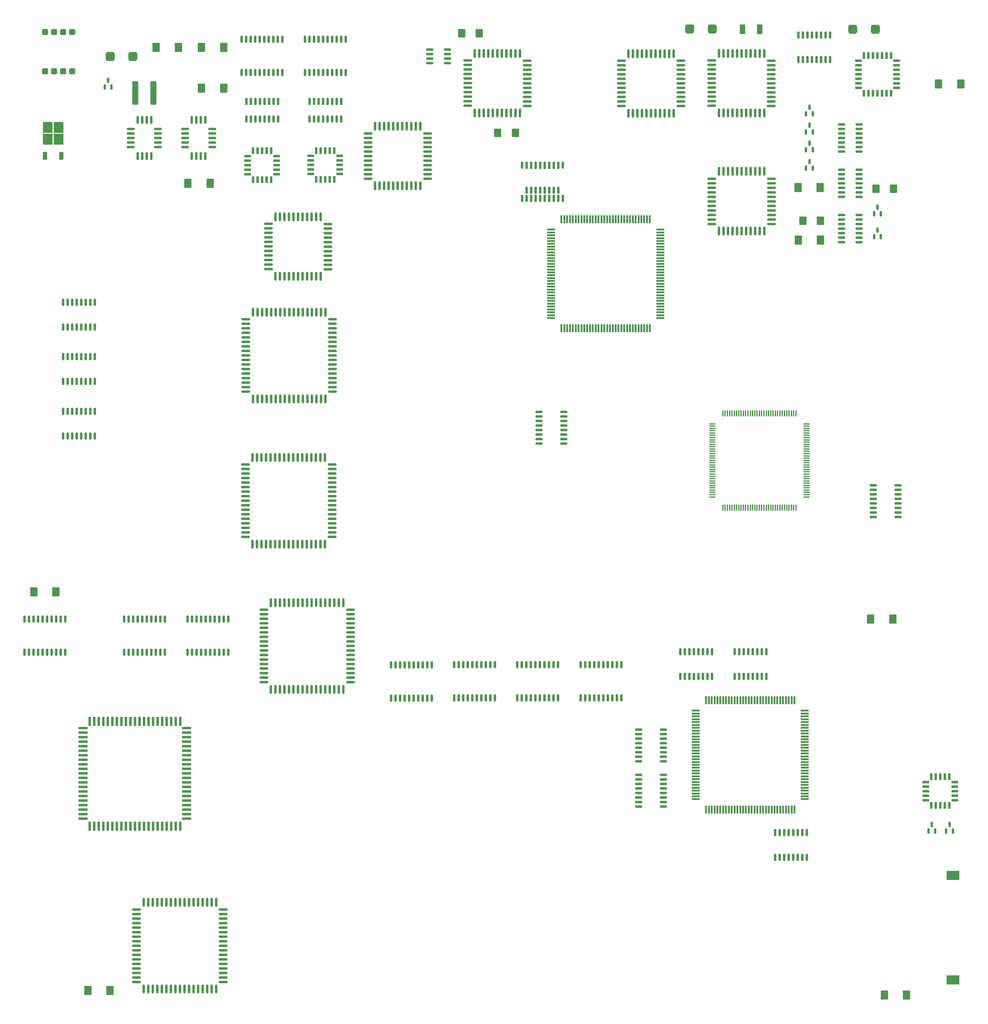
<source format=gbr>
%TF.GenerationSoftware,KiCad,Pcbnew,7.0.9*%
%TF.CreationDate,2025-04-07T20:21:29+01:00*%
%TF.ProjectId,IIci_Reloaded,49496369-5f52-4656-9c6f-616465642e6b,rev?*%
%TF.SameCoordinates,Original*%
%TF.FileFunction,Paste,Top*%
%TF.FilePolarity,Positive*%
%FSLAX46Y46*%
G04 Gerber Fmt 4.6, Leading zero omitted, Abs format (unit mm)*
G04 Created by KiCad (PCBNEW 7.0.9) date 2025-04-07 20:21:29*
%MOMM*%
%LPD*%
G01*
G04 APERTURE LIST*
G04 Aperture macros list*
%AMRoundRect*
0 Rectangle with rounded corners*
0 $1 Rounding radius*
0 $2 $3 $4 $5 $6 $7 $8 $9 X,Y pos of 4 corners*
0 Add a 4 corners polygon primitive as box body*
4,1,4,$2,$3,$4,$5,$6,$7,$8,$9,$2,$3,0*
0 Add four circle primitives for the rounded corners*
1,1,$1+$1,$2,$3*
1,1,$1+$1,$4,$5*
1,1,$1+$1,$6,$7*
1,1,$1+$1,$8,$9*
0 Add four rect primitives between the rounded corners*
20,1,$1+$1,$2,$3,$4,$5,0*
20,1,$1+$1,$4,$5,$6,$7,0*
20,1,$1+$1,$6,$7,$8,$9,0*
20,1,$1+$1,$8,$9,$2,$3,0*%
G04 Aperture macros list end*
%ADD10R,0.700000X2.500000*%
%ADD11R,2.500000X0.700000*%
%ADD12RoundRect,0.635000X0.635000X0.635000X-0.635000X0.635000X-0.635000X-0.635000X0.635000X-0.635000X0*%
%ADD13RoundRect,0.150000X-0.150000X-0.950000X0.150000X-0.950000X0.150000X0.950000X-0.150000X0.950000X0*%
%ADD14RoundRect,0.150000X-0.950000X0.150000X-0.950000X-0.150000X0.950000X-0.150000X0.950000X0.150000X0*%
%ADD15RoundRect,0.150000X0.150000X-0.587500X0.150000X0.587500X-0.150000X0.587500X-0.150000X-0.587500X0*%
%ADD16O,2.500000X0.650000*%
%ADD17O,0.650000X2.500000*%
%ADD18R,0.700000X1.925000*%
%ADD19R,1.925000X0.700000*%
%ADD20RoundRect,0.150000X-0.837500X-0.150000X0.837500X-0.150000X0.837500X0.150000X-0.837500X0.150000X0*%
%ADD21RoundRect,0.250000X0.562500X3.050000X-0.562500X3.050000X-0.562500X-3.050000X0.562500X-3.050000X0*%
%ADD22RoundRect,0.150000X0.150000X-0.837500X0.150000X0.837500X-0.150000X0.837500X-0.150000X-0.837500X0*%
%ADD23RoundRect,0.150000X-0.150000X0.837500X-0.150000X-0.837500X0.150000X-0.837500X0.150000X0.837500X0*%
%ADD24RoundRect,0.250000X0.787500X0.925000X-0.787500X0.925000X-0.787500X-0.925000X0.787500X-0.925000X0*%
%ADD25RoundRect,0.250000X-0.500000X-1.100000X0.500000X-1.100000X0.500000X1.100000X-0.500000X1.100000X0*%
%ADD26RoundRect,0.150000X0.150000X-0.875000X0.150000X0.875000X-0.150000X0.875000X-0.150000X-0.875000X0*%
%ADD27RoundRect,0.250000X-0.787500X-1.025000X0.787500X-1.025000X0.787500X1.025000X-0.787500X1.025000X0*%
%ADD28RoundRect,0.150000X-0.825000X-0.150000X0.825000X-0.150000X0.825000X0.150000X-0.825000X0.150000X0*%
%ADD29RoundRect,0.150000X0.837500X0.150000X-0.837500X0.150000X-0.837500X-0.150000X0.837500X-0.150000X0*%
%ADD30RoundRect,0.250000X-0.787500X-0.925000X0.787500X-0.925000X0.787500X0.925000X-0.787500X0.925000X0*%
%ADD31RoundRect,0.150000X-0.150000X0.875000X-0.150000X-0.875000X0.150000X-0.875000X0.150000X0.875000X0*%
%ADD32R,3.600000X2.600000*%
%ADD33R,1.800000X0.450000*%
%ADD34R,0.450000X1.800000*%
%ADD35RoundRect,0.150000X0.150000X-0.825000X0.150000X0.825000X-0.150000X0.825000X-0.150000X-0.825000X0*%
%ADD36RoundRect,0.437500X-0.437500X-0.437500X0.437500X-0.437500X0.437500X0.437500X-0.437500X0.437500X0*%
%ADD37RoundRect,0.250000X0.787500X1.025000X-0.787500X1.025000X-0.787500X-1.025000X0.787500X-1.025000X0*%
%ADD38R,0.500000X2.200000*%
%ADD39R,2.200000X0.500000*%
%ADD40RoundRect,0.250000X0.350000X-0.850000X0.350000X0.850000X-0.350000X0.850000X-0.350000X-0.850000X0*%
%ADD41RoundRect,0.250000X1.125000X-1.275000X1.125000X1.275000X-1.125000X1.275000X-1.125000X-1.275000X0*%
%ADD42RoundRect,0.635000X-0.635000X-0.635000X0.635000X-0.635000X0.635000X0.635000X-0.635000X0.635000X0*%
G04 APERTURE END LIST*
D10*
%TO.C,UK2*%
X650121400Y-141267100D03*
X648851400Y-141267100D03*
X647581400Y-141267100D03*
X646311400Y-141267100D03*
X645041400Y-141267100D03*
X643771400Y-141267100D03*
X642501400Y-141267100D03*
X641231400Y-141267100D03*
X639961400Y-141267100D03*
X638691400Y-141267100D03*
X637421400Y-141267100D03*
D11*
X635571400Y-143104600D03*
X635571400Y-144374600D03*
X635571400Y-145644600D03*
X635571400Y-146914600D03*
X635571400Y-148184600D03*
X635571400Y-149454600D03*
X635571400Y-150724600D03*
X635571400Y-151994600D03*
X635571400Y-153264600D03*
X635571400Y-154534600D03*
X635571400Y-155804600D03*
X635571400Y-157074600D03*
X635571400Y-158344600D03*
X635571400Y-159614600D03*
X635571400Y-160884600D03*
X635571400Y-162154600D03*
X635571400Y-163424600D03*
X635571400Y-164694600D03*
X635571400Y-165964600D03*
X635571400Y-167234600D03*
X635571400Y-168504600D03*
D10*
X637421400Y-170604600D03*
X638691400Y-170604600D03*
X639961400Y-170604600D03*
X641231400Y-170604600D03*
X642501400Y-170604600D03*
X643771400Y-170604600D03*
X645041400Y-170604600D03*
X646311400Y-170604600D03*
X647581400Y-170604600D03*
X648851400Y-170604600D03*
X650121400Y-170604600D03*
X651391400Y-170604600D03*
X652661400Y-170604600D03*
X653931400Y-170604600D03*
X655201400Y-170604600D03*
X656471400Y-170604600D03*
X657741400Y-170604600D03*
X659011400Y-170604600D03*
X660281400Y-170604600D03*
X661551400Y-170604600D03*
X662821400Y-170604600D03*
D11*
X664621400Y-168504600D03*
X664621400Y-167234600D03*
X664621400Y-165964600D03*
X664621400Y-164694600D03*
X664621400Y-163424600D03*
X664621400Y-162154600D03*
X664621400Y-160884600D03*
X664621400Y-159614600D03*
X664621400Y-158344600D03*
X664621400Y-157074600D03*
X664621400Y-155804600D03*
X664621400Y-154534600D03*
X664621400Y-153264600D03*
X664621400Y-151994600D03*
X664621400Y-150724600D03*
X664621400Y-149454600D03*
X664621400Y-148184600D03*
X664621400Y-146914600D03*
X664621400Y-145644600D03*
X664621400Y-144374600D03*
X664621400Y-143104600D03*
D10*
X662821400Y-141267100D03*
X661551400Y-141267100D03*
X660281400Y-141267100D03*
X659011400Y-141267100D03*
X657741400Y-141267100D03*
X656471400Y-141267100D03*
X655201400Y-141267100D03*
X653931400Y-141267100D03*
X652661400Y-141267100D03*
X651391400Y-141267100D03*
%TD*%
D12*
%TO.C,F2*%
X812021000Y52906600D03*
X805671000Y52906600D03*
%TD*%
D13*
%TO.C,UB3*%
X668638000Y17272000D03*
X669908000Y17272000D03*
D14*
X671813000Y19812000D03*
X671813000Y21082000D03*
X671813000Y22352000D03*
X671813000Y23622000D03*
X671813000Y24892000D03*
D13*
X669908000Y27432000D03*
X668638000Y27432000D03*
X667368000Y27432000D03*
X666098000Y27432000D03*
D14*
X664193000Y24892000D03*
X664193000Y23622000D03*
X664193000Y22352000D03*
X664193000Y21082000D03*
X664193000Y19812000D03*
D13*
X666098000Y17272000D03*
X667368000Y17272000D03*
%TD*%
%TO.C,UB2*%
X653423400Y17272000D03*
X654693400Y17272000D03*
D14*
X656598400Y19812000D03*
X656598400Y21082000D03*
X656598400Y22352000D03*
X656598400Y23622000D03*
X656598400Y24892000D03*
D13*
X654693400Y27432000D03*
X653423400Y27432000D03*
X652153400Y27432000D03*
X650883400Y27432000D03*
D14*
X648978400Y24892000D03*
X648978400Y23622000D03*
X648978400Y22352000D03*
X648978400Y21082000D03*
X648978400Y19812000D03*
D13*
X650883400Y17272000D03*
X652153400Y17272000D03*
%TD*%
D15*
%TO.C,Q3*%
X838325200Y13873000D03*
X840225200Y13873000D03*
X839275200Y15748000D03*
%TD*%
D16*
%TO.C,UD11*%
X828600600Y4594000D03*
X828600600Y5864000D03*
X828600600Y7134000D03*
X828600600Y8404000D03*
X828600600Y9674000D03*
X828600600Y10944000D03*
D17*
X826630600Y12994000D03*
X825360600Y12994000D03*
X824090600Y12994000D03*
X822820600Y12994000D03*
X821550600Y12994000D03*
X820280600Y12994000D03*
X819010600Y12994000D03*
X817740600Y12994000D03*
X816470600Y12994000D03*
X815200600Y12994000D03*
X813930600Y12994000D03*
D16*
X811900600Y10944000D03*
X811900600Y9674000D03*
X811900600Y8404000D03*
X811900600Y7134000D03*
X811900600Y5864000D03*
X811900600Y4594000D03*
X811900600Y3324000D03*
X811900600Y2054000D03*
X811900600Y784000D03*
X811900600Y-486000D03*
X811900600Y-1756000D03*
D17*
X813900600Y-3706000D03*
X815170600Y-3706000D03*
X816440600Y-3706000D03*
X817710600Y-3706000D03*
X818980600Y-3706000D03*
X820250600Y-3706000D03*
X821520600Y-3706000D03*
X822790600Y-3706000D03*
X824060600Y-3706000D03*
X825330600Y-3706000D03*
X826600600Y-3706000D03*
D16*
X828600600Y-1756000D03*
X828600600Y-486000D03*
X828600600Y784000D03*
X828600600Y2054000D03*
X828600600Y3324000D03*
%TD*%
D18*
%TO.C,UA13*%
X858350600Y34846400D03*
X859620600Y34846400D03*
X860890600Y34846400D03*
X862160600Y34846400D03*
D19*
X863673100Y36358900D03*
X863673100Y37628900D03*
X863673100Y38898900D03*
X863673100Y40168900D03*
X863673100Y41438900D03*
X863673100Y42708900D03*
X863673100Y43978900D03*
D18*
X862160600Y45491400D03*
X860890600Y45491400D03*
X859620600Y45491400D03*
X858350600Y45491400D03*
X857080600Y45491400D03*
X855810600Y45491400D03*
X854540600Y45491400D03*
D19*
X853028100Y43978900D03*
X853028100Y42708900D03*
X853028100Y41438900D03*
X853028100Y40168900D03*
X853028100Y38898900D03*
X853028100Y37628900D03*
X853028100Y36358900D03*
D18*
X854540600Y34846400D03*
X855810600Y34846400D03*
X857080600Y34846400D03*
%TD*%
D20*
%TO.C,RP9*%
X857207600Y-75057000D03*
X857207600Y-76327000D03*
X857207600Y-77597000D03*
X857207600Y-78867000D03*
X857207600Y-80137000D03*
X857207600Y-81407000D03*
X857207600Y-82677000D03*
X857207600Y-83947000D03*
X864132600Y-83947000D03*
X864132600Y-82677000D03*
X864132600Y-81407000D03*
X864132600Y-80137000D03*
X864132600Y-78867000D03*
X864132600Y-77597000D03*
X864132600Y-76327000D03*
X864132600Y-75057000D03*
%TD*%
D21*
%TO.C,C4*%
X655328400Y34975800D03*
X650253400Y34975800D03*
%TD*%
D15*
%TO.C,Q1*%
X641678400Y36629100D03*
X643578400Y36629100D03*
X642628400Y38504100D03*
%TD*%
D22*
%TO.C,RP11*%
X818269400Y-128625600D03*
X819539400Y-128625600D03*
X820809400Y-128625600D03*
X822079400Y-128625600D03*
X823349400Y-128625600D03*
X824619400Y-128625600D03*
X825889400Y-128625600D03*
X827159400Y-128625600D03*
X827159400Y-121700600D03*
X825889400Y-121700600D03*
X824619400Y-121700600D03*
X823349400Y-121700600D03*
X822079400Y-121700600D03*
X820809400Y-121700600D03*
X819539400Y-121700600D03*
X818269400Y-121700600D03*
%TD*%
D23*
%TO.C,RP14*%
X838538600Y-172415200D03*
X837268600Y-172415200D03*
X835998600Y-172415200D03*
X834728600Y-172415200D03*
X833458600Y-172415200D03*
X832188600Y-172415200D03*
X830918600Y-172415200D03*
X829648600Y-172415200D03*
X829648600Y-179340200D03*
X830918600Y-179340200D03*
X832188600Y-179340200D03*
X833458600Y-179340200D03*
X834728600Y-179340200D03*
X835998600Y-179340200D03*
X837268600Y-179340200D03*
X838538600Y-179340200D03*
%TD*%
D24*
%TO.C,C1*%
X746666800Y51689000D03*
X741741800Y51689000D03*
%TD*%
D25*
%TO.C,D1*%
X820543000Y52857400D03*
X825343000Y52857400D03*
%TD*%
D26*
%TO.C,RP1*%
X680042600Y40689000D03*
X681312600Y40689000D03*
X682582600Y40689000D03*
X683852600Y40689000D03*
X685122600Y40689000D03*
X686392600Y40689000D03*
X687662600Y40689000D03*
X688932600Y40689000D03*
X690202600Y40689000D03*
X691472600Y40689000D03*
X691472600Y49989000D03*
X690202600Y49989000D03*
X688932600Y49989000D03*
X687662600Y49989000D03*
X686392600Y49989000D03*
X685122600Y49989000D03*
X683852600Y49989000D03*
X682582600Y49989000D03*
X681312600Y49989000D03*
X680042600Y49989000D03*
%TD*%
D27*
%TO.C,C16*%
X621786700Y-104876600D03*
X628011700Y-104876600D03*
%TD*%
D26*
%TO.C,RP2*%
X697797200Y40687200D03*
X699067200Y40687200D03*
X700337200Y40687200D03*
X701607200Y40687200D03*
X702877200Y40687200D03*
X704147200Y40687200D03*
X705417200Y40687200D03*
X706687200Y40687200D03*
X707957200Y40687200D03*
X709227200Y40687200D03*
X709227200Y49987200D03*
X707957200Y49987200D03*
X706687200Y49987200D03*
X705417200Y49987200D03*
X704147200Y49987200D03*
X702877200Y49987200D03*
X701607200Y49987200D03*
X700337200Y49987200D03*
X699067200Y49987200D03*
X697797200Y49987200D03*
%TD*%
%TO.C,UJ7*%
X739631000Y-134649000D03*
X740901000Y-134649000D03*
X742171000Y-134649000D03*
X743441000Y-134649000D03*
X744711000Y-134649000D03*
X745981000Y-134649000D03*
X747251000Y-134649000D03*
X748521000Y-134649000D03*
X749791000Y-134649000D03*
X751061000Y-134649000D03*
X751061000Y-125349000D03*
X749791000Y-125349000D03*
X748521000Y-125349000D03*
X747251000Y-125349000D03*
X745981000Y-125349000D03*
X744711000Y-125349000D03*
X743441000Y-125349000D03*
X742171000Y-125349000D03*
X740901000Y-125349000D03*
X739631000Y-125349000D03*
%TD*%
D27*
%TO.C,C9*%
X665017500Y9677400D03*
X671242500Y9677400D03*
%TD*%
D12*
%TO.C,F1*%
X649562600Y45161200D03*
X643212600Y45161200D03*
%TD*%
D28*
%TO.C,U11*%
X732826800Y47167800D03*
X732826800Y45897800D03*
X732826800Y44627800D03*
X732826800Y43357800D03*
X737776800Y43357800D03*
X737776800Y44627800D03*
X737776800Y45897800D03*
X737776800Y47167800D03*
%TD*%
D19*
%TO.C,UK14*%
X871888800Y-160756600D03*
X871888800Y-162026600D03*
X871888800Y-163296600D03*
D18*
X873401300Y-164809100D03*
X874671300Y-164809100D03*
X875941300Y-164809100D03*
X877211300Y-164809100D03*
X878481300Y-164809100D03*
D19*
X879993800Y-163296600D03*
X879993800Y-162026600D03*
X879993800Y-160756600D03*
X879993800Y-159486600D03*
X879993800Y-158216600D03*
D18*
X878481300Y-156704100D03*
X877211300Y-156704100D03*
X875941300Y-156704100D03*
X874671300Y-156704100D03*
X873401300Y-156704100D03*
D19*
X871888800Y-158216600D03*
X871888800Y-159486600D03*
%TD*%
D29*
%TO.C,RP12*%
X798321200Y-152400000D03*
X798321200Y-151130000D03*
X798321200Y-149860000D03*
X798321200Y-148590000D03*
X798321200Y-147320000D03*
X798321200Y-146050000D03*
X798321200Y-144780000D03*
X798321200Y-143510000D03*
X791396200Y-143510000D03*
X791396200Y-144780000D03*
X791396200Y-146050000D03*
X791396200Y-147320000D03*
X791396200Y-148590000D03*
X791396200Y-149860000D03*
X791396200Y-151130000D03*
X791396200Y-152400000D03*
%TD*%
D30*
%TO.C,C11*%
X857893400Y8153400D03*
X862818400Y8153400D03*
%TD*%
D28*
%TO.C,UE13*%
X848241400Y762000D03*
X848241400Y-508000D03*
X848241400Y-1778000D03*
X848241400Y-3048000D03*
X848241400Y-4318000D03*
X848241400Y-5588000D03*
X848241400Y-6858000D03*
X853191400Y-6858000D03*
X853191400Y-5588000D03*
X853191400Y-4318000D03*
X853191400Y-3048000D03*
X853191400Y-1778000D03*
X853191400Y-508000D03*
X853191400Y762000D03*
%TD*%
%TO.C,UD13*%
X848241400Y13462000D03*
X848241400Y12192000D03*
X848241400Y10922000D03*
X848241400Y9652000D03*
X848241400Y8382000D03*
X848241400Y7112000D03*
X848241400Y5842000D03*
X853191400Y5842000D03*
X853191400Y7112000D03*
X853191400Y8382000D03*
X853191400Y9652000D03*
X853191400Y10922000D03*
X853191400Y12192000D03*
X853191400Y13462000D03*
%TD*%
D15*
%TO.C,D6*%
X857400600Y1069100D03*
X859300600Y1069100D03*
X858350600Y2944100D03*
%TD*%
D31*
%TO.C,UH1*%
X630639600Y-112572800D03*
X629369600Y-112572800D03*
X628099600Y-112572800D03*
X626829600Y-112572800D03*
X625559600Y-112572800D03*
X624289600Y-112572800D03*
X623019600Y-112572800D03*
X621749600Y-112572800D03*
X620479600Y-112572800D03*
X619209600Y-112572800D03*
X619209600Y-121872800D03*
X620479600Y-121872800D03*
X621749600Y-121872800D03*
X623019600Y-121872800D03*
X624289600Y-121872800D03*
X625559600Y-121872800D03*
X626829600Y-121872800D03*
X628099600Y-121872800D03*
X629369600Y-121872800D03*
X630639600Y-121872800D03*
%TD*%
D17*
%TO.C,UF4*%
X693389600Y-50795400D03*
X694659600Y-50795400D03*
X695929600Y-50795400D03*
X697199600Y-50795400D03*
X698469600Y-50795400D03*
X699739600Y-50795400D03*
X701009600Y-50795400D03*
X702279600Y-50795400D03*
X703549600Y-50795400D03*
D16*
X705539600Y-48805400D03*
X705539600Y-47535400D03*
X705539600Y-46265400D03*
X705539600Y-44995400D03*
X705539600Y-43725400D03*
X705539600Y-42455400D03*
X705539600Y-41185400D03*
X705539600Y-39915400D03*
X705539600Y-38645400D03*
X705539600Y-37375400D03*
X705539600Y-36105400D03*
X705539600Y-34835400D03*
X705539600Y-33565400D03*
X705539600Y-32295400D03*
X705539600Y-31025400D03*
X705539600Y-29755400D03*
X705539600Y-28485400D03*
D17*
X703549600Y-26495400D03*
X702279600Y-26495400D03*
X701009600Y-26495400D03*
X699739600Y-26495400D03*
X698469600Y-26495400D03*
X697199600Y-26495400D03*
X695929600Y-26495400D03*
X694659600Y-26495400D03*
X693389600Y-26495400D03*
X692119600Y-26495400D03*
X690849600Y-26495400D03*
X689579600Y-26495400D03*
X688309600Y-26495400D03*
X687039600Y-26495400D03*
X685769600Y-26495400D03*
X684499600Y-26495400D03*
X683229600Y-26495400D03*
D16*
X681239600Y-28495400D03*
X681239600Y-29765400D03*
X681239600Y-31035400D03*
X681239600Y-32305400D03*
X681239600Y-33575400D03*
X681239600Y-34845400D03*
X681239600Y-36115400D03*
X681239600Y-37385400D03*
X681239600Y-38655400D03*
X681239600Y-39925400D03*
X681239600Y-41195400D03*
X681239600Y-42465400D03*
X681239600Y-43735400D03*
X681239600Y-45005400D03*
X681239600Y-46275400D03*
X681239600Y-47545400D03*
X681239600Y-48815400D03*
D17*
X683229600Y-50795400D03*
X684499600Y-50795400D03*
X685769600Y-50795400D03*
X687039600Y-50795400D03*
X688309600Y-50795400D03*
X689579600Y-50795400D03*
X690849600Y-50795400D03*
X692119600Y-50795400D03*
%TD*%
D32*
%TO.C,BT1*%
X879508800Y-184435200D03*
X879508800Y-213735200D03*
%TD*%
D29*
%TO.C,RP13*%
X798321200Y-165100000D03*
X798321200Y-163830000D03*
X798321200Y-162560000D03*
X798321200Y-161290000D03*
X798321200Y-160020000D03*
X798321200Y-158750000D03*
X798321200Y-157480000D03*
X798321200Y-156210000D03*
X791396200Y-156210000D03*
X791396200Y-157480000D03*
X791396200Y-158750000D03*
X791396200Y-160020000D03*
X791396200Y-161290000D03*
X791396200Y-162560000D03*
X791396200Y-163830000D03*
X791396200Y-165100000D03*
%TD*%
D17*
%TO.C,UC6*%
X723806800Y8947400D03*
X725076800Y8947400D03*
X726346800Y8947400D03*
X727616800Y8947400D03*
X728886800Y8947400D03*
X730156800Y8947400D03*
D16*
X732206800Y10917400D03*
X732206800Y12187400D03*
X732206800Y13457400D03*
X732206800Y14727400D03*
X732206800Y15997400D03*
X732206800Y17267400D03*
X732206800Y18537400D03*
X732206800Y19807400D03*
X732206800Y21077400D03*
X732206800Y22347400D03*
X732206800Y23617400D03*
D17*
X730156800Y25647400D03*
X728886800Y25647400D03*
X727616800Y25647400D03*
X726346800Y25647400D03*
X725076800Y25647400D03*
X723806800Y25647400D03*
X722536800Y25647400D03*
X721266800Y25647400D03*
X719996800Y25647400D03*
X718726800Y25647400D03*
X717456800Y25647400D03*
D16*
X715506800Y23647400D03*
X715506800Y22377400D03*
X715506800Y21107400D03*
X715506800Y19837400D03*
X715506800Y18567400D03*
X715506800Y17297400D03*
X715506800Y16027400D03*
X715506800Y14757400D03*
X715506800Y13487400D03*
X715506800Y12217400D03*
X715506800Y10947400D03*
D17*
X717456800Y8947400D03*
X718726800Y8947400D03*
X719996800Y8947400D03*
X721266800Y8947400D03*
X722536800Y8947400D03*
%TD*%
D27*
%TO.C,C6*%
X875470200Y37465000D03*
X881695200Y37465000D03*
%TD*%
D23*
%TO.C,RP4*%
X768866400Y14630400D03*
X767596400Y14630400D03*
X766326400Y14630400D03*
X765056400Y14630400D03*
X763786400Y14630400D03*
X762516400Y14630400D03*
X761246400Y14630400D03*
X759976400Y14630400D03*
X759976400Y7705400D03*
X761246400Y7705400D03*
X762516400Y7705400D03*
X763786400Y7705400D03*
X765056400Y7705400D03*
X766326400Y7705400D03*
X767596400Y7705400D03*
X768866400Y7705400D03*
%TD*%
D22*
%TO.C,RP5*%
X630004600Y-30648600D03*
X631274600Y-30648600D03*
X632544600Y-30648600D03*
X633814600Y-30648600D03*
X635084600Y-30648600D03*
X636354600Y-30648600D03*
X637624600Y-30648600D03*
X638894600Y-30648600D03*
X638894600Y-23723600D03*
X637624600Y-23723600D03*
X636354600Y-23723600D03*
X635084600Y-23723600D03*
X633814600Y-23723600D03*
X632544600Y-23723600D03*
X631274600Y-23723600D03*
X630004600Y-23723600D03*
%TD*%
D20*
%TO.C,RP8*%
X763440000Y-54457600D03*
X763440000Y-55727600D03*
X763440000Y-56997600D03*
X763440000Y-58267600D03*
X763440000Y-59537600D03*
X763440000Y-60807600D03*
X763440000Y-62077600D03*
X763440000Y-63347600D03*
X770365000Y-63347600D03*
X770365000Y-62077600D03*
X770365000Y-60807600D03*
X770365000Y-59537600D03*
X770365000Y-58267600D03*
X770365000Y-56997600D03*
X770365000Y-55727600D03*
X770365000Y-54457600D03*
%TD*%
D22*
%TO.C,RP6*%
X630004600Y-45914000D03*
X631274600Y-45914000D03*
X632544600Y-45914000D03*
X633814600Y-45914000D03*
X635084600Y-45914000D03*
X636354600Y-45914000D03*
X637624600Y-45914000D03*
X638894600Y-45914000D03*
X638894600Y-38989000D03*
X637624600Y-38989000D03*
X636354600Y-38989000D03*
X635084600Y-38989000D03*
X633814600Y-38989000D03*
X632544600Y-38989000D03*
X631274600Y-38989000D03*
X630004600Y-38989000D03*
%TD*%
D27*
%TO.C,C3*%
X668790400Y47701200D03*
X675015400Y47701200D03*
%TD*%
D15*
%TO.C,D5*%
X838315000Y18999200D03*
X840215000Y18999200D03*
X839265000Y20874200D03*
%TD*%
%TO.C,D3*%
X838325200Y29113000D03*
X840225200Y29113000D03*
X839275200Y30988000D03*
%TD*%
%TO.C,D8*%
X877608800Y-171958000D03*
X879508800Y-171958000D03*
X878558800Y-170083000D03*
%TD*%
D33*
%TO.C,UG11*%
X838437000Y-68050400D03*
X838437000Y-67410400D03*
X838437000Y-66770400D03*
X838437000Y-66130400D03*
X838437000Y-65490400D03*
X838437000Y-64850400D03*
X838437000Y-64210400D03*
X838437000Y-63570400D03*
X838437000Y-62930400D03*
X838437000Y-62290400D03*
X838437000Y-61650400D03*
X838437000Y-61010400D03*
X838437000Y-60370400D03*
X838437000Y-59730400D03*
X838437000Y-59090400D03*
X838437000Y-58450400D03*
X838437000Y-57810400D03*
D34*
X835477000Y-54850400D03*
X834837000Y-54850400D03*
X834197000Y-54850400D03*
X833557000Y-54850400D03*
X832917000Y-54850400D03*
X832277000Y-54850400D03*
X831637000Y-54850400D03*
X830997000Y-54850400D03*
X830357000Y-54850400D03*
X829717000Y-54850400D03*
X829077000Y-54850400D03*
X828437000Y-54850400D03*
X827797000Y-54850400D03*
X827157000Y-54850400D03*
X826517000Y-54850400D03*
X825877000Y-54850400D03*
X825237000Y-54850400D03*
X824597000Y-54850400D03*
X823957000Y-54850400D03*
X823317000Y-54850400D03*
X822677000Y-54850400D03*
X822037000Y-54850400D03*
X821397000Y-54850400D03*
X820757000Y-54850400D03*
X820117000Y-54850400D03*
X819477000Y-54850400D03*
X818837000Y-54850400D03*
X818197000Y-54850400D03*
X817557000Y-54850400D03*
X816917000Y-54850400D03*
X816277000Y-54850400D03*
X815637000Y-54850400D03*
X814997000Y-54850400D03*
D33*
X812037000Y-57810400D03*
X812037000Y-58450400D03*
X812037000Y-59090400D03*
X812037000Y-59730400D03*
X812037000Y-60370400D03*
X812037000Y-61010400D03*
X812037000Y-61650400D03*
X812037000Y-62290400D03*
X812037000Y-62930400D03*
X812037000Y-63570400D03*
X812037000Y-64210400D03*
X812037000Y-64850400D03*
X812037000Y-65490400D03*
X812037000Y-66130400D03*
X812037000Y-66770400D03*
X812037000Y-67410400D03*
X812037000Y-68050400D03*
X812037000Y-68690400D03*
X812037000Y-69330400D03*
X812037000Y-69970400D03*
X812037000Y-70610400D03*
X812037000Y-71250400D03*
X812037000Y-71890400D03*
X812037000Y-72530400D03*
X812037000Y-73170400D03*
X812037000Y-73810400D03*
X812037000Y-74450400D03*
X812037000Y-75090400D03*
X812037000Y-75730400D03*
X812037000Y-76370400D03*
X812037000Y-77010400D03*
X812037000Y-77650400D03*
X812037000Y-78290400D03*
D34*
X814997000Y-81250400D03*
X815637000Y-81250400D03*
X816277000Y-81250400D03*
X816917000Y-81250400D03*
X817557000Y-81250400D03*
X818197000Y-81250400D03*
X818837000Y-81250400D03*
X819477000Y-81250400D03*
X820117000Y-81250400D03*
X820757000Y-81250400D03*
X821397000Y-81250400D03*
X822037000Y-81250400D03*
X822677000Y-81250400D03*
X823317000Y-81250400D03*
X823957000Y-81250400D03*
X824597000Y-81250400D03*
X825237000Y-81250400D03*
X825877000Y-81250400D03*
X826517000Y-81250400D03*
X827157000Y-81250400D03*
X827797000Y-81250400D03*
X828437000Y-81250400D03*
X829077000Y-81250400D03*
X829717000Y-81250400D03*
X830357000Y-81250400D03*
X830997000Y-81250400D03*
X831637000Y-81250400D03*
X832277000Y-81250400D03*
X832917000Y-81250400D03*
X833557000Y-81250400D03*
X834197000Y-81250400D03*
X834837000Y-81250400D03*
X835477000Y-81250400D03*
D33*
X838437000Y-78290400D03*
X838437000Y-77650400D03*
X838437000Y-77010400D03*
X838437000Y-76370400D03*
X838437000Y-75730400D03*
X838437000Y-75090400D03*
X838437000Y-74450400D03*
X838437000Y-73810400D03*
X838437000Y-73170400D03*
X838437000Y-72530400D03*
X838437000Y-71890400D03*
X838437000Y-71250400D03*
X838437000Y-70610400D03*
X838437000Y-69970400D03*
X838437000Y-69330400D03*
X838437000Y-68690400D03*
%TD*%
D30*
%TO.C,C12*%
X837446400Y-863600D03*
X842371400Y-863600D03*
%TD*%
D22*
%TO.C,RP10*%
X803029400Y-128616400D03*
X804299400Y-128616400D03*
X805569400Y-128616400D03*
X806839400Y-128616400D03*
X808109400Y-128616400D03*
X809379400Y-128616400D03*
X810649400Y-128616400D03*
X811919400Y-128616400D03*
X811919400Y-121691400D03*
X810649400Y-121691400D03*
X809379400Y-121691400D03*
X808109400Y-121691400D03*
X806839400Y-121691400D03*
X805569400Y-121691400D03*
X804299400Y-121691400D03*
X803029400Y-121691400D03*
%TD*%
D27*
%TO.C,C2*%
X656113800Y47701200D03*
X662338800Y47701200D03*
%TD*%
D26*
%TO.C,UJ8*%
X757360200Y-134649000D03*
X758630200Y-134649000D03*
X759900200Y-134649000D03*
X761170200Y-134649000D03*
X762440200Y-134649000D03*
X763710200Y-134649000D03*
X764980200Y-134649000D03*
X766250200Y-134649000D03*
X767520200Y-134649000D03*
X768790200Y-134649000D03*
X768790200Y-125349000D03*
X767520200Y-125349000D03*
X766250200Y-125349000D03*
X764980200Y-125349000D03*
X763710200Y-125349000D03*
X762440200Y-125349000D03*
X761170200Y-125349000D03*
X759900200Y-125349000D03*
X758630200Y-125349000D03*
X757360200Y-125349000D03*
%TD*%
D35*
%TO.C,UA4*%
X681414200Y27663600D03*
X682684200Y27663600D03*
X683954200Y27663600D03*
X685224200Y27663600D03*
X686494200Y27663600D03*
X687764200Y27663600D03*
X689034200Y27663600D03*
X690304200Y27663600D03*
X690304200Y32613600D03*
X689034200Y32613600D03*
X687764200Y32613600D03*
X686494200Y32613600D03*
X685224200Y32613600D03*
X683954200Y32613600D03*
X682684200Y32613600D03*
X681414200Y32613600D03*
%TD*%
D22*
%TO.C,RP3*%
X836201800Y44323000D03*
X837471800Y44323000D03*
X838741800Y44323000D03*
X840011800Y44323000D03*
X841281800Y44323000D03*
X842551800Y44323000D03*
X843821800Y44323000D03*
X845091800Y44323000D03*
X845091800Y51248000D03*
X843821800Y51248000D03*
X842551800Y51248000D03*
X841281800Y51248000D03*
X840011800Y51248000D03*
X838741800Y51248000D03*
X837471800Y51248000D03*
X836201800Y51248000D03*
%TD*%
D19*
%TO.C,UC4*%
X689835500Y14743500D03*
X689835500Y16013500D03*
X689835500Y17283500D03*
D18*
X688323000Y18796000D03*
X687053000Y18796000D03*
X685783000Y18796000D03*
X684513000Y18796000D03*
X683243000Y18796000D03*
D19*
X681730500Y17283500D03*
X681730500Y16013500D03*
X681730500Y14743500D03*
X681730500Y13473500D03*
X681730500Y12203500D03*
D18*
X683243000Y10691000D03*
X684513000Y10691000D03*
X685783000Y10691000D03*
X687053000Y10691000D03*
X688323000Y10691000D03*
D19*
X689835500Y12203500D03*
X689835500Y13473500D03*
%TD*%
D17*
%TO.C,UE5*%
X695900800Y-16427200D03*
X697170800Y-16427200D03*
X698440800Y-16427200D03*
X699710800Y-16427200D03*
X700980800Y-16427200D03*
X702250800Y-16427200D03*
D16*
X704300800Y-14457200D03*
X704300800Y-13187200D03*
X704300800Y-11917200D03*
X704300800Y-10647200D03*
X704300800Y-9377200D03*
X704300800Y-8107200D03*
X704300800Y-6837200D03*
X704300800Y-5567200D03*
X704300800Y-4297200D03*
X704300800Y-3027200D03*
X704300800Y-1757200D03*
D17*
X702250800Y272800D03*
X700980800Y272800D03*
X699710800Y272800D03*
X698440800Y272800D03*
X697170800Y272800D03*
X695900800Y272800D03*
X694630800Y272800D03*
X693360800Y272800D03*
X692090800Y272800D03*
X690820800Y272800D03*
X689550800Y272800D03*
D16*
X687600800Y-1727200D03*
X687600800Y-2997200D03*
X687600800Y-4267200D03*
X687600800Y-5537200D03*
X687600800Y-6807200D03*
X687600800Y-8077200D03*
X687600800Y-9347200D03*
X687600800Y-10617200D03*
X687600800Y-11887200D03*
X687600800Y-13157200D03*
X687600800Y-14427200D03*
D17*
X689550800Y-16427200D03*
X690820800Y-16427200D03*
X692090800Y-16427200D03*
X693360800Y-16427200D03*
X694630800Y-16427200D03*
%TD*%
D15*
%TO.C,D4*%
X838325200Y24058400D03*
X840225200Y24058400D03*
X839275200Y25933400D03*
%TD*%
D31*
%TO.C,ZRP4*%
X770136400Y14681200D03*
X768866400Y14681200D03*
X767596400Y14681200D03*
X766326400Y14681200D03*
X765056400Y14681200D03*
X763786400Y14681200D03*
X762516400Y14681200D03*
X761246400Y14681200D03*
X759976400Y14681200D03*
X758706400Y14681200D03*
X758706400Y5381200D03*
X759976400Y5381200D03*
X761246400Y5381200D03*
X762516400Y5381200D03*
X763786400Y5381200D03*
X765056400Y5381200D03*
X766326400Y5381200D03*
X767596400Y5381200D03*
X768866400Y5381200D03*
X770136400Y5381200D03*
%TD*%
D36*
%TO.C,ZL1*%
X624962000Y41019200D03*
X627502000Y41019200D03*
X630042000Y41019200D03*
X632582000Y41019200D03*
X632582000Y52019200D03*
X630042000Y52019200D03*
X627502000Y52019200D03*
X624962000Y52019200D03*
%TD*%
D37*
%TO.C,C18*%
X862645200Y-112496600D03*
X856420200Y-112496600D03*
%TD*%
D17*
%TO.C,UH5*%
X698432200Y-107927800D03*
X697162200Y-107927800D03*
X695892200Y-107927800D03*
X694622200Y-107927800D03*
X693352200Y-107927800D03*
X692082200Y-107927800D03*
X690812200Y-107927800D03*
X689542200Y-107927800D03*
X688272200Y-107927800D03*
D16*
X686282200Y-109917800D03*
X686282200Y-111187800D03*
X686282200Y-112457800D03*
X686282200Y-113727800D03*
X686282200Y-114997800D03*
X686282200Y-116267800D03*
X686282200Y-117537800D03*
X686282200Y-118807800D03*
X686282200Y-120077800D03*
X686282200Y-121347800D03*
X686282200Y-122617800D03*
X686282200Y-123887800D03*
X686282200Y-125157800D03*
X686282200Y-126427800D03*
X686282200Y-127697800D03*
X686282200Y-128967800D03*
X686282200Y-130237800D03*
D17*
X688272200Y-132227800D03*
X689542200Y-132227800D03*
X690812200Y-132227800D03*
X692082200Y-132227800D03*
X693352200Y-132227800D03*
X694622200Y-132227800D03*
X695892200Y-132227800D03*
X697162200Y-132227800D03*
X698432200Y-132227800D03*
X699702200Y-132227800D03*
X700972200Y-132227800D03*
X702242200Y-132227800D03*
X703512200Y-132227800D03*
X704782200Y-132227800D03*
X706052200Y-132227800D03*
X707322200Y-132227800D03*
X708592200Y-132227800D03*
D16*
X710582200Y-130227800D03*
X710582200Y-128957800D03*
X710582200Y-127687800D03*
X710582200Y-126417800D03*
X710582200Y-125147800D03*
X710582200Y-123877800D03*
X710582200Y-122607800D03*
X710582200Y-121337800D03*
X710582200Y-120067800D03*
X710582200Y-118797800D03*
X710582200Y-117527800D03*
X710582200Y-116257800D03*
X710582200Y-114987800D03*
X710582200Y-113717800D03*
X710582200Y-112447800D03*
X710582200Y-111177800D03*
X710582200Y-109907800D03*
D17*
X708592200Y-107927800D03*
X707322200Y-107927800D03*
X706052200Y-107927800D03*
X704782200Y-107927800D03*
X703512200Y-107927800D03*
X702242200Y-107927800D03*
X700972200Y-107927800D03*
X699702200Y-107927800D03*
%TD*%
D26*
%TO.C,UJ9*%
X775140200Y-134649000D03*
X776410200Y-134649000D03*
X777680200Y-134649000D03*
X778950200Y-134649000D03*
X780220200Y-134649000D03*
X781490200Y-134649000D03*
X782760200Y-134649000D03*
X784030200Y-134649000D03*
X785300200Y-134649000D03*
X786570200Y-134649000D03*
X786570200Y-125349000D03*
X785300200Y-125349000D03*
X784030200Y-125349000D03*
X782760200Y-125349000D03*
X781490200Y-125349000D03*
X780220200Y-125349000D03*
X778950200Y-125349000D03*
X777680200Y-125349000D03*
X776410200Y-125349000D03*
X775140200Y-125349000D03*
%TD*%
D27*
%TO.C,C10*%
X836049400Y8432800D03*
X842274400Y8432800D03*
%TD*%
D38*
%TO.C,UE9*%
X794544600Y-431800D03*
X793744600Y-431800D03*
X792944600Y-431800D03*
X792144600Y-431800D03*
X791344600Y-431800D03*
X790544600Y-431800D03*
X789744600Y-431800D03*
X788944600Y-431800D03*
X788144600Y-431800D03*
X787344600Y-431800D03*
X786544600Y-431800D03*
X785744600Y-431800D03*
X784944600Y-431800D03*
X784144600Y-431800D03*
X783344600Y-431800D03*
X782544600Y-431800D03*
X781744600Y-431800D03*
X780944600Y-431800D03*
X780144600Y-431800D03*
X779344600Y-431800D03*
X778544600Y-431800D03*
X777744600Y-431800D03*
X776944600Y-431800D03*
X776144600Y-431800D03*
X775344600Y-431800D03*
X774544600Y-431800D03*
X773744600Y-431800D03*
X772944600Y-431800D03*
X772144600Y-431800D03*
X771344600Y-431800D03*
X770544600Y-431800D03*
X769744600Y-431800D03*
D39*
X766844600Y-3331800D03*
X766844600Y-4131800D03*
X766844600Y-4931800D03*
X766844600Y-5731800D03*
X766844600Y-6531800D03*
X766844600Y-7331800D03*
X766844600Y-8131800D03*
X766844600Y-8931800D03*
X766844600Y-9731800D03*
X766844600Y-10531800D03*
X766844600Y-11331800D03*
X766844600Y-12131800D03*
X766844600Y-12931800D03*
X766844600Y-13731800D03*
X766844600Y-14531800D03*
X766844600Y-15331800D03*
X766844600Y-16131800D03*
X766844600Y-16931800D03*
X766844600Y-17731800D03*
X766844600Y-18531800D03*
X766844600Y-19331800D03*
X766844600Y-20131800D03*
X766844600Y-20931800D03*
X766844600Y-21731800D03*
X766844600Y-22531800D03*
X766844600Y-23331800D03*
X766844600Y-24131800D03*
X766844600Y-24931800D03*
X766844600Y-25731800D03*
X766844600Y-26531800D03*
X766844600Y-27331800D03*
X766844600Y-28131800D03*
D38*
X769744600Y-31031800D03*
X770544600Y-31031800D03*
X771344600Y-31031800D03*
X772144600Y-31031800D03*
X772944600Y-31031800D03*
X773744600Y-31031800D03*
X774544600Y-31031800D03*
X775344600Y-31031800D03*
X776144600Y-31031800D03*
X776944600Y-31031800D03*
X777744600Y-31031800D03*
X778544600Y-31031800D03*
X779344600Y-31031800D03*
X780144600Y-31031800D03*
X780944600Y-31031800D03*
X781744600Y-31031800D03*
X782544600Y-31031800D03*
X783344600Y-31031800D03*
X784144600Y-31031800D03*
X784944600Y-31031800D03*
X785744600Y-31031800D03*
X786544600Y-31031800D03*
X787344600Y-31031800D03*
X788144600Y-31031800D03*
X788944600Y-31031800D03*
X789744600Y-31031800D03*
X790544600Y-31031800D03*
X791344600Y-31031800D03*
X792144600Y-31031800D03*
X792944600Y-31031800D03*
X793744600Y-31031800D03*
X794544600Y-31031800D03*
D39*
X797444600Y-28131800D03*
X797444600Y-27331800D03*
X797444600Y-26531800D03*
X797444600Y-25731800D03*
X797444600Y-24931800D03*
X797444600Y-24131800D03*
X797444600Y-23331800D03*
X797444600Y-22531800D03*
X797444600Y-21731800D03*
X797444600Y-20931800D03*
X797444600Y-20131800D03*
X797444600Y-19331800D03*
X797444600Y-18531800D03*
X797444600Y-17731800D03*
X797444600Y-16931800D03*
X797444600Y-16131800D03*
X797444600Y-15331800D03*
X797444600Y-14531800D03*
X797444600Y-13731800D03*
X797444600Y-12931800D03*
X797444600Y-12131800D03*
X797444600Y-11331800D03*
X797444600Y-10531800D03*
X797444600Y-9731800D03*
X797444600Y-8931800D03*
X797444600Y-8131800D03*
X797444600Y-7331800D03*
X797444600Y-6531800D03*
X797444600Y-5731800D03*
X797444600Y-4931800D03*
X797444600Y-4131800D03*
X797444600Y-3331800D03*
%TD*%
D24*
%TO.C,C7*%
X756801400Y23749000D03*
X751876400Y23749000D03*
%TD*%
D27*
%TO.C,C5*%
X668790400Y36347400D03*
X675015400Y36347400D03*
%TD*%
D40*
%TO.C,Q2*%
X624956000Y17347400D03*
D41*
X625711000Y21972400D03*
X628761000Y21972400D03*
X625711000Y25322400D03*
X628761000Y25322400D03*
D40*
X629516000Y17347400D03*
%TD*%
D38*
%TO.C,UK11*%
X835079800Y-135327200D03*
X834279800Y-135327200D03*
X833479800Y-135327200D03*
X832679800Y-135327200D03*
X831879800Y-135327200D03*
X831079800Y-135327200D03*
X830279800Y-135327200D03*
X829479800Y-135327200D03*
X828679800Y-135327200D03*
X827879800Y-135327200D03*
X827079800Y-135327200D03*
X826279800Y-135327200D03*
X825479800Y-135327200D03*
X824679800Y-135327200D03*
X823879800Y-135327200D03*
X823079800Y-135327200D03*
X822279800Y-135327200D03*
X821479800Y-135327200D03*
X820679800Y-135327200D03*
X819879800Y-135327200D03*
X819079800Y-135327200D03*
X818279800Y-135327200D03*
X817479800Y-135327200D03*
X816679800Y-135327200D03*
X815879800Y-135327200D03*
X815079800Y-135327200D03*
X814279800Y-135327200D03*
X813479800Y-135327200D03*
X812679800Y-135327200D03*
X811879800Y-135327200D03*
X811079800Y-135327200D03*
X810279800Y-135327200D03*
D39*
X807379800Y-138227200D03*
X807379800Y-139027200D03*
X807379800Y-139827200D03*
X807379800Y-140627200D03*
X807379800Y-141427200D03*
X807379800Y-142227200D03*
X807379800Y-143027200D03*
X807379800Y-143827200D03*
X807379800Y-144627200D03*
X807379800Y-145427200D03*
X807379800Y-146227200D03*
X807379800Y-147027200D03*
X807379800Y-147827200D03*
X807379800Y-148627200D03*
X807379800Y-149427200D03*
X807379800Y-150227200D03*
X807379800Y-151027200D03*
X807379800Y-151827200D03*
X807379800Y-152627200D03*
X807379800Y-153427200D03*
X807379800Y-154227200D03*
X807379800Y-155027200D03*
X807379800Y-155827200D03*
X807379800Y-156627200D03*
X807379800Y-157427200D03*
X807379800Y-158227200D03*
X807379800Y-159027200D03*
X807379800Y-159827200D03*
X807379800Y-160627200D03*
X807379800Y-161427200D03*
X807379800Y-162227200D03*
X807379800Y-163027200D03*
D38*
X810279800Y-165927200D03*
X811079800Y-165927200D03*
X811879800Y-165927200D03*
X812679800Y-165927200D03*
X813479800Y-165927200D03*
X814279800Y-165927200D03*
X815079800Y-165927200D03*
X815879800Y-165927200D03*
X816679800Y-165927200D03*
X817479800Y-165927200D03*
X818279800Y-165927200D03*
X819079800Y-165927200D03*
X819879800Y-165927200D03*
X820679800Y-165927200D03*
X821479800Y-165927200D03*
X822279800Y-165927200D03*
X823079800Y-165927200D03*
X823879800Y-165927200D03*
X824679800Y-165927200D03*
X825479800Y-165927200D03*
X826279800Y-165927200D03*
X827079800Y-165927200D03*
X827879800Y-165927200D03*
X828679800Y-165927200D03*
X829479800Y-165927200D03*
X830279800Y-165927200D03*
X831079800Y-165927200D03*
X831879800Y-165927200D03*
X832679800Y-165927200D03*
X833479800Y-165927200D03*
X834279800Y-165927200D03*
X835079800Y-165927200D03*
D39*
X837979800Y-163027200D03*
X837979800Y-162227200D03*
X837979800Y-161427200D03*
X837979800Y-160627200D03*
X837979800Y-159827200D03*
X837979800Y-159027200D03*
X837979800Y-158227200D03*
X837979800Y-157427200D03*
X837979800Y-156627200D03*
X837979800Y-155827200D03*
X837979800Y-155027200D03*
X837979800Y-154227200D03*
X837979800Y-153427200D03*
X837979800Y-152627200D03*
X837979800Y-151827200D03*
X837979800Y-151027200D03*
X837979800Y-150227200D03*
X837979800Y-149427200D03*
X837979800Y-148627200D03*
X837979800Y-147827200D03*
X837979800Y-147027200D03*
X837979800Y-146227200D03*
X837979800Y-145427200D03*
X837979800Y-144627200D03*
X837979800Y-143827200D03*
X837979800Y-143027200D03*
X837979800Y-142227200D03*
X837979800Y-141427200D03*
X837979800Y-140627200D03*
X837979800Y-139827200D03*
X837979800Y-139027200D03*
X837979800Y-138227200D03*
%TD*%
D15*
%TO.C,D7*%
X872640600Y-171955700D03*
X874540600Y-171955700D03*
X873590600Y-170080700D03*
%TD*%
D17*
%TO.C,UA7*%
X751746800Y29372400D03*
X753016800Y29372400D03*
X754286800Y29372400D03*
X755556800Y29372400D03*
X756826800Y29372400D03*
X758096800Y29372400D03*
D16*
X760146800Y31342400D03*
X760146800Y32612400D03*
X760146800Y33882400D03*
X760146800Y35152400D03*
X760146800Y36422400D03*
X760146800Y37692400D03*
X760146800Y38962400D03*
X760146800Y40232400D03*
X760146800Y41502400D03*
X760146800Y42772400D03*
X760146800Y44042400D03*
D17*
X758096800Y46072400D03*
X756826800Y46072400D03*
X755556800Y46072400D03*
X754286800Y46072400D03*
X753016800Y46072400D03*
X751746800Y46072400D03*
X750476800Y46072400D03*
X749206800Y46072400D03*
X747936800Y46072400D03*
X746666800Y46072400D03*
X745396800Y46072400D03*
D16*
X743446800Y44072400D03*
X743446800Y42802400D03*
X743446800Y41532400D03*
X743446800Y40262400D03*
X743446800Y38992400D03*
X743446800Y37722400D03*
X743446800Y36452400D03*
X743446800Y35182400D03*
X743446800Y33912400D03*
X743446800Y32642400D03*
X743446800Y31372400D03*
D17*
X745396800Y29372400D03*
X746666800Y29372400D03*
X747936800Y29372400D03*
X749206800Y29372400D03*
X750476800Y29372400D03*
%TD*%
%TO.C,UM3*%
X662770600Y-216289800D03*
X664040600Y-216289800D03*
X665310600Y-216289800D03*
X666580600Y-216289800D03*
X667850600Y-216289800D03*
X669120600Y-216289800D03*
X670390600Y-216289800D03*
X671660600Y-216289800D03*
X672930600Y-216289800D03*
D16*
X674920600Y-214299800D03*
X674920600Y-213029800D03*
X674920600Y-211759800D03*
X674920600Y-210489800D03*
X674920600Y-209219800D03*
X674920600Y-207949800D03*
X674920600Y-206679800D03*
X674920600Y-205409800D03*
X674920600Y-204139800D03*
X674920600Y-202869800D03*
X674920600Y-201599800D03*
X674920600Y-200329800D03*
X674920600Y-199059800D03*
X674920600Y-197789800D03*
X674920600Y-196519800D03*
X674920600Y-195249800D03*
X674920600Y-193979800D03*
D17*
X672930600Y-191989800D03*
X671660600Y-191989800D03*
X670390600Y-191989800D03*
X669120600Y-191989800D03*
X667850600Y-191989800D03*
X666580600Y-191989800D03*
X665310600Y-191989800D03*
X664040600Y-191989800D03*
X662770600Y-191989800D03*
X661500600Y-191989800D03*
X660230600Y-191989800D03*
X658960600Y-191989800D03*
X657690600Y-191989800D03*
X656420600Y-191989800D03*
X655150600Y-191989800D03*
X653880600Y-191989800D03*
X652610600Y-191989800D03*
D16*
X650620600Y-193989800D03*
X650620600Y-195259800D03*
X650620600Y-196529800D03*
X650620600Y-197799800D03*
X650620600Y-199069800D03*
X650620600Y-200339800D03*
X650620600Y-201609800D03*
X650620600Y-202879800D03*
X650620600Y-204149800D03*
X650620600Y-205419800D03*
X650620600Y-206689800D03*
X650620600Y-207959800D03*
X650620600Y-209229800D03*
X650620600Y-210499800D03*
X650620600Y-211769800D03*
X650620600Y-213039800D03*
X650620600Y-214309800D03*
D17*
X652610600Y-216289800D03*
X653880600Y-216289800D03*
X655150600Y-216289800D03*
X656420600Y-216289800D03*
X657690600Y-216289800D03*
X658960600Y-216289800D03*
X660230600Y-216289800D03*
X661500600Y-216289800D03*
%TD*%
D26*
%TO.C,UH3*%
X664878800Y-121872800D03*
X666148800Y-121872800D03*
X667418800Y-121872800D03*
X668688800Y-121872800D03*
X669958800Y-121872800D03*
X671228800Y-121872800D03*
X672498800Y-121872800D03*
X673768800Y-121872800D03*
X675038800Y-121872800D03*
X676308800Y-121872800D03*
X676308800Y-112572800D03*
X675038800Y-112572800D03*
X673768800Y-112572800D03*
X672498800Y-112572800D03*
X671228800Y-112572800D03*
X669958800Y-112572800D03*
X668688800Y-112572800D03*
X667418800Y-112572800D03*
X666148800Y-112572800D03*
X664878800Y-112572800D03*
%TD*%
%TO.C,UH2*%
X647124200Y-121872800D03*
X648394200Y-121872800D03*
X649664200Y-121872800D03*
X650934200Y-121872800D03*
X652204200Y-121872800D03*
X653474200Y-121872800D03*
X654744200Y-121872800D03*
X656014200Y-121872800D03*
X657284200Y-121872800D03*
X658554200Y-121872800D03*
X658554200Y-112572800D03*
X657284200Y-112572800D03*
X656014200Y-112572800D03*
X654744200Y-112572800D03*
X653474200Y-112572800D03*
X652204200Y-112572800D03*
X650934200Y-112572800D03*
X649664200Y-112572800D03*
X648394200Y-112572800D03*
X647124200Y-112572800D03*
%TD*%
D16*
%TO.C,UA10*%
X786541400Y37693600D03*
X786541400Y36423600D03*
X786541400Y35153600D03*
X786541400Y33883600D03*
X786541400Y32613600D03*
X786541400Y31343600D03*
D17*
X788511400Y29293600D03*
X789781400Y29293600D03*
X791051400Y29293600D03*
X792321400Y29293600D03*
X793591400Y29293600D03*
X794861400Y29293600D03*
X796131400Y29293600D03*
X797401400Y29293600D03*
X798671400Y29293600D03*
X799941400Y29293600D03*
X801211400Y29293600D03*
D16*
X803241400Y31343600D03*
X803241400Y32613600D03*
X803241400Y33883600D03*
X803241400Y35153600D03*
X803241400Y36423600D03*
X803241400Y37693600D03*
X803241400Y38963600D03*
X803241400Y40233600D03*
X803241400Y41503600D03*
X803241400Y42773600D03*
X803241400Y44043600D03*
D17*
X801241400Y45993600D03*
X799971400Y45993600D03*
X798701400Y45993600D03*
X797431400Y45993600D03*
X796161400Y45993600D03*
X794891400Y45993600D03*
X793621400Y45993600D03*
X792351400Y45993600D03*
X791081400Y45993600D03*
X789811400Y45993600D03*
X788541400Y45993600D03*
D16*
X786541400Y44043600D03*
X786541400Y42773600D03*
X786541400Y41503600D03*
X786541400Y40233600D03*
X786541400Y38963600D03*
%TD*%
D19*
%TO.C,UC5*%
X707527800Y14768900D03*
X707527800Y16038900D03*
X707527800Y17308900D03*
D18*
X706015300Y18821400D03*
X704745300Y18821400D03*
X703475300Y18821400D03*
X702205300Y18821400D03*
X700935300Y18821400D03*
D19*
X699422800Y17308900D03*
X699422800Y16038900D03*
X699422800Y14768900D03*
X699422800Y13498900D03*
X699422800Y12228900D03*
D18*
X700935300Y10716400D03*
X702205300Y10716400D03*
X703475300Y10716400D03*
X704745300Y10716400D03*
X706015300Y10716400D03*
D19*
X707527800Y12228900D03*
X707527800Y13498900D03*
%TD*%
D35*
%TO.C,UA5*%
X699118000Y27663600D03*
X700388000Y27663600D03*
X701658000Y27663600D03*
X702928000Y27663600D03*
X704198000Y27663600D03*
X705468000Y27663600D03*
X706738000Y27663600D03*
X708008000Y27663600D03*
X708008000Y32613600D03*
X706738000Y32613600D03*
X705468000Y32613600D03*
X704198000Y32613600D03*
X702928000Y32613600D03*
X701658000Y32613600D03*
X700388000Y32613600D03*
X699118000Y32613600D03*
%TD*%
D17*
%TO.C,UA11*%
X820233800Y46043600D03*
X818963800Y46043600D03*
X817693800Y46043600D03*
X816423800Y46043600D03*
X815153800Y46043600D03*
X813883800Y46043600D03*
D16*
X811833800Y44073600D03*
X811833800Y42803600D03*
X811833800Y41533600D03*
X811833800Y40263600D03*
X811833800Y38993600D03*
X811833800Y37723600D03*
X811833800Y36453600D03*
X811833800Y35183600D03*
X811833800Y33913600D03*
X811833800Y32643600D03*
X811833800Y31373600D03*
D17*
X813883800Y29343600D03*
X815153800Y29343600D03*
X816423800Y29343600D03*
X817693800Y29343600D03*
X818963800Y29343600D03*
X820233800Y29343600D03*
X821503800Y29343600D03*
X822773800Y29343600D03*
X824043800Y29343600D03*
X825313800Y29343600D03*
X826583800Y29343600D03*
D16*
X828533800Y31343600D03*
X828533800Y32613600D03*
X828533800Y33883600D03*
X828533800Y35153600D03*
X828533800Y36423600D03*
X828533800Y37693600D03*
X828533800Y38963600D03*
X828533800Y40233600D03*
X828533800Y41503600D03*
X828533800Y42773600D03*
X828533800Y44043600D03*
D17*
X826583800Y46043600D03*
X825313800Y46043600D03*
X824043800Y46043600D03*
X822773800Y46043600D03*
X821503800Y46043600D03*
%TD*%
D26*
%TO.C,UJ6*%
X721927200Y-134672600D03*
X723197200Y-134672600D03*
X724467200Y-134672600D03*
X725737200Y-134672600D03*
X727007200Y-134672600D03*
X728277200Y-134672600D03*
X729547200Y-134672600D03*
X730817200Y-134672600D03*
X732087200Y-134672600D03*
X733357200Y-134672600D03*
X733357200Y-125372600D03*
X732087200Y-125372600D03*
X730817200Y-125372600D03*
X729547200Y-125372600D03*
X728277200Y-125372600D03*
X727007200Y-125372600D03*
X725737200Y-125372600D03*
X724467200Y-125372600D03*
X723197200Y-125372600D03*
X721927200Y-125372600D03*
%TD*%
D28*
%TO.C,UB13*%
X848241400Y26162000D03*
X848241400Y24892000D03*
X848241400Y23622000D03*
X848241400Y22352000D03*
X848241400Y21082000D03*
X848241400Y19812000D03*
X848241400Y18542000D03*
X853191400Y18542000D03*
X853191400Y19812000D03*
X853191400Y21082000D03*
X853191400Y22352000D03*
X853191400Y23622000D03*
X853191400Y24892000D03*
X853191400Y26162000D03*
%TD*%
D22*
%TO.C,RP7*%
X630004600Y-61204800D03*
X631274600Y-61204800D03*
X632544600Y-61204800D03*
X633814600Y-61204800D03*
X635084600Y-61204800D03*
X636354600Y-61204800D03*
X637624600Y-61204800D03*
X638894600Y-61204800D03*
X638894600Y-54279800D03*
X637624600Y-54279800D03*
X636354600Y-54279800D03*
X635084600Y-54279800D03*
X633814600Y-54279800D03*
X632544600Y-54279800D03*
X631274600Y-54279800D03*
X630004600Y-54279800D03*
%TD*%
D27*
%TO.C,C13*%
X836149000Y-6299200D03*
X842374000Y-6299200D03*
%TD*%
D37*
%TO.C,C20*%
X866504000Y-217957400D03*
X860279000Y-217957400D03*
%TD*%
D16*
%TO.C,UG4*%
X681139400Y-79349600D03*
X681139400Y-80619600D03*
X681139400Y-81889600D03*
X681139400Y-83159600D03*
X681139400Y-84429600D03*
X681139400Y-85699600D03*
X681139400Y-86969600D03*
X681139400Y-88239600D03*
X681139400Y-89509600D03*
D17*
X683129400Y-91499600D03*
X684399400Y-91499600D03*
X685669400Y-91499600D03*
X686939400Y-91499600D03*
X688209400Y-91499600D03*
X689479400Y-91499600D03*
X690749400Y-91499600D03*
X692019400Y-91499600D03*
X693289400Y-91499600D03*
X694559400Y-91499600D03*
X695829400Y-91499600D03*
X697099400Y-91499600D03*
X698369400Y-91499600D03*
X699639400Y-91499600D03*
X700909400Y-91499600D03*
X702179400Y-91499600D03*
X703449400Y-91499600D03*
D16*
X705439400Y-89509600D03*
X705439400Y-88239600D03*
X705439400Y-86969600D03*
X705439400Y-85699600D03*
X705439400Y-84429600D03*
X705439400Y-83159600D03*
X705439400Y-81889600D03*
X705439400Y-80619600D03*
X705439400Y-79349600D03*
X705439400Y-78079600D03*
X705439400Y-76809600D03*
X705439400Y-75539600D03*
X705439400Y-74269600D03*
X705439400Y-72999600D03*
X705439400Y-71729600D03*
X705439400Y-70459600D03*
X705439400Y-69189600D03*
D17*
X703439400Y-67199600D03*
X702169400Y-67199600D03*
X700899400Y-67199600D03*
X699629400Y-67199600D03*
X698359400Y-67199600D03*
X697089400Y-67199600D03*
X695819400Y-67199600D03*
X694549400Y-67199600D03*
X693279400Y-67199600D03*
X692009400Y-67199600D03*
X690739400Y-67199600D03*
X689469400Y-67199600D03*
X688199400Y-67199600D03*
X686929400Y-67199600D03*
X685659400Y-67199600D03*
X684389400Y-67199600D03*
X683119400Y-67199600D03*
D16*
X681139400Y-69189600D03*
X681139400Y-70459600D03*
X681139400Y-71729600D03*
X681139400Y-72999600D03*
X681139400Y-74269600D03*
X681139400Y-75539600D03*
X681139400Y-76809600D03*
X681139400Y-78079600D03*
%TD*%
D42*
%TO.C,F3*%
X851391000Y52806600D03*
X857741000Y52806600D03*
%TD*%
D15*
%TO.C,Q4*%
X857400600Y-5329400D03*
X859300600Y-5329400D03*
X858350600Y-3454400D03*
%TD*%
D37*
%TO.C,C19*%
X643163800Y-216712800D03*
X636938800Y-216712800D03*
%TD*%
M02*

</source>
